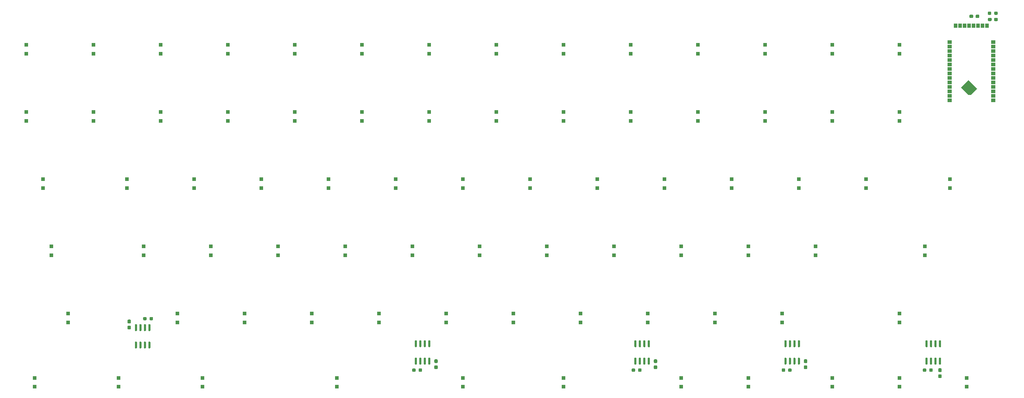
<source format=gbr>
%TF.GenerationSoftware,KiCad,Pcbnew,(5.1.9)-1*%
%TF.CreationDate,2021-08-25T16:21:07-05:00*%
%TF.ProjectId,Full_75,46756c6c-5f37-4352-9e6b-696361645f70,rev?*%
%TF.SameCoordinates,Original*%
%TF.FileFunction,Paste,Bot*%
%TF.FilePolarity,Positive*%
%FSLAX46Y46*%
G04 Gerber Fmt 4.6, Leading zero omitted, Abs format (unit mm)*
G04 Created by KiCad (PCBNEW (5.1.9)-1) date 2021-08-25 16:21:07*
%MOMM*%
%LPD*%
G01*
G04 APERTURE LIST*
%ADD10C,0.010000*%
%ADD11C,0.100000*%
%ADD12R,1.200000X1.000000*%
%ADD13R,1.000000X1.200000*%
%ADD14R,1.000000X1.000000*%
G04 APERTURE END LIST*
D10*
%TO.C,U1*%
G36*
X306620362Y-51775758D02*
G01*
X306620362Y-52537758D01*
X307382362Y-52537758D01*
X307382362Y-51775758D01*
X306620362Y-51775758D01*
G37*
X306620362Y-51775758D02*
X306620362Y-52537758D01*
X307382362Y-52537758D01*
X307382362Y-51775758D01*
X306620362Y-51775758D01*
G36*
X307636362Y-50759758D02*
G01*
X307636362Y-51521758D01*
X308398362Y-51521758D01*
X308398362Y-50759758D01*
X307636362Y-50759758D01*
G37*
X307636362Y-50759758D02*
X307636362Y-51521758D01*
X308398362Y-51521758D01*
X308398362Y-50759758D01*
X307636362Y-50759758D01*
G36*
X305553562Y-50658158D02*
G01*
X305553562Y-51420158D01*
X306315562Y-51420158D01*
X306315562Y-50658158D01*
X305553562Y-50658158D01*
G37*
X305553562Y-50658158D02*
X305553562Y-51420158D01*
X306315562Y-51420158D01*
X306315562Y-50658158D01*
X305553562Y-50658158D01*
G36*
X306518762Y-49718358D02*
G01*
X306518762Y-50480358D01*
X307280762Y-50480358D01*
X307280762Y-49718358D01*
X306518762Y-49718358D01*
G37*
X306518762Y-49718358D02*
X306518762Y-50480358D01*
X307280762Y-50480358D01*
X307280762Y-49718358D01*
X306518762Y-49718358D01*
%TD*%
%TO.C,U6*%
G36*
G01*
X298915562Y-124610970D02*
X298615562Y-124610970D01*
G75*
G02*
X298465562Y-124460970I0J150000D01*
G01*
X298465562Y-122810970D01*
G75*
G02*
X298615562Y-122660970I150000J0D01*
G01*
X298915562Y-122660970D01*
G75*
G02*
X299065562Y-122810970I0J-150000D01*
G01*
X299065562Y-124460970D01*
G75*
G02*
X298915562Y-124610970I-150000J0D01*
G01*
G37*
G36*
G01*
X297645562Y-124610970D02*
X297345562Y-124610970D01*
G75*
G02*
X297195562Y-124460970I0J150000D01*
G01*
X297195562Y-122810970D01*
G75*
G02*
X297345562Y-122660970I150000J0D01*
G01*
X297645562Y-122660970D01*
G75*
G02*
X297795562Y-122810970I0J-150000D01*
G01*
X297795562Y-124460970D01*
G75*
G02*
X297645562Y-124610970I-150000J0D01*
G01*
G37*
G36*
G01*
X296375562Y-124610970D02*
X296075562Y-124610970D01*
G75*
G02*
X295925562Y-124460970I0J150000D01*
G01*
X295925562Y-122810970D01*
G75*
G02*
X296075562Y-122660970I150000J0D01*
G01*
X296375562Y-122660970D01*
G75*
G02*
X296525562Y-122810970I0J-150000D01*
G01*
X296525562Y-124460970D01*
G75*
G02*
X296375562Y-124610970I-150000J0D01*
G01*
G37*
G36*
G01*
X295105562Y-124610970D02*
X294805562Y-124610970D01*
G75*
G02*
X294655562Y-124460970I0J150000D01*
G01*
X294655562Y-122810970D01*
G75*
G02*
X294805562Y-122660970I150000J0D01*
G01*
X295105562Y-122660970D01*
G75*
G02*
X295255562Y-122810970I0J-150000D01*
G01*
X295255562Y-124460970D01*
G75*
G02*
X295105562Y-124610970I-150000J0D01*
G01*
G37*
G36*
G01*
X295105562Y-129560970D02*
X294805562Y-129560970D01*
G75*
G02*
X294655562Y-129410970I0J150000D01*
G01*
X294655562Y-127760970D01*
G75*
G02*
X294805562Y-127610970I150000J0D01*
G01*
X295105562Y-127610970D01*
G75*
G02*
X295255562Y-127760970I0J-150000D01*
G01*
X295255562Y-129410970D01*
G75*
G02*
X295105562Y-129560970I-150000J0D01*
G01*
G37*
G36*
G01*
X296375562Y-129560970D02*
X296075562Y-129560970D01*
G75*
G02*
X295925562Y-129410970I0J150000D01*
G01*
X295925562Y-127760970D01*
G75*
G02*
X296075562Y-127610970I150000J0D01*
G01*
X296375562Y-127610970D01*
G75*
G02*
X296525562Y-127760970I0J-150000D01*
G01*
X296525562Y-129410970D01*
G75*
G02*
X296375562Y-129560970I-150000J0D01*
G01*
G37*
G36*
G01*
X297645562Y-129560970D02*
X297345562Y-129560970D01*
G75*
G02*
X297195562Y-129410970I0J150000D01*
G01*
X297195562Y-127760970D01*
G75*
G02*
X297345562Y-127610970I150000J0D01*
G01*
X297645562Y-127610970D01*
G75*
G02*
X297795562Y-127760970I0J-150000D01*
G01*
X297795562Y-129410970D01*
G75*
G02*
X297645562Y-129560970I-150000J0D01*
G01*
G37*
G36*
G01*
X298915562Y-129560970D02*
X298615562Y-129560970D01*
G75*
G02*
X298465562Y-129410970I0J150000D01*
G01*
X298465562Y-127760970D01*
G75*
G02*
X298615562Y-127610970I150000J0D01*
G01*
X298915562Y-127610970D01*
G75*
G02*
X299065562Y-127760970I0J-150000D01*
G01*
X299065562Y-129410970D01*
G75*
G02*
X298915562Y-129560970I-150000J0D01*
G01*
G37*
%TD*%
%TO.C,U5*%
G36*
G01*
X258910562Y-124610970D02*
X258610562Y-124610970D01*
G75*
G02*
X258460562Y-124460970I0J150000D01*
G01*
X258460562Y-122810970D01*
G75*
G02*
X258610562Y-122660970I150000J0D01*
G01*
X258910562Y-122660970D01*
G75*
G02*
X259060562Y-122810970I0J-150000D01*
G01*
X259060562Y-124460970D01*
G75*
G02*
X258910562Y-124610970I-150000J0D01*
G01*
G37*
G36*
G01*
X257640562Y-124610970D02*
X257340562Y-124610970D01*
G75*
G02*
X257190562Y-124460970I0J150000D01*
G01*
X257190562Y-122810970D01*
G75*
G02*
X257340562Y-122660970I150000J0D01*
G01*
X257640562Y-122660970D01*
G75*
G02*
X257790562Y-122810970I0J-150000D01*
G01*
X257790562Y-124460970D01*
G75*
G02*
X257640562Y-124610970I-150000J0D01*
G01*
G37*
G36*
G01*
X256370562Y-124610970D02*
X256070562Y-124610970D01*
G75*
G02*
X255920562Y-124460970I0J150000D01*
G01*
X255920562Y-122810970D01*
G75*
G02*
X256070562Y-122660970I150000J0D01*
G01*
X256370562Y-122660970D01*
G75*
G02*
X256520562Y-122810970I0J-150000D01*
G01*
X256520562Y-124460970D01*
G75*
G02*
X256370562Y-124610970I-150000J0D01*
G01*
G37*
G36*
G01*
X255100562Y-124610970D02*
X254800562Y-124610970D01*
G75*
G02*
X254650562Y-124460970I0J150000D01*
G01*
X254650562Y-122810970D01*
G75*
G02*
X254800562Y-122660970I150000J0D01*
G01*
X255100562Y-122660970D01*
G75*
G02*
X255250562Y-122810970I0J-150000D01*
G01*
X255250562Y-124460970D01*
G75*
G02*
X255100562Y-124610970I-150000J0D01*
G01*
G37*
G36*
G01*
X255100562Y-129560970D02*
X254800562Y-129560970D01*
G75*
G02*
X254650562Y-129410970I0J150000D01*
G01*
X254650562Y-127760970D01*
G75*
G02*
X254800562Y-127610970I150000J0D01*
G01*
X255100562Y-127610970D01*
G75*
G02*
X255250562Y-127760970I0J-150000D01*
G01*
X255250562Y-129410970D01*
G75*
G02*
X255100562Y-129560970I-150000J0D01*
G01*
G37*
G36*
G01*
X256370562Y-129560970D02*
X256070562Y-129560970D01*
G75*
G02*
X255920562Y-129410970I0J150000D01*
G01*
X255920562Y-127760970D01*
G75*
G02*
X256070562Y-127610970I150000J0D01*
G01*
X256370562Y-127610970D01*
G75*
G02*
X256520562Y-127760970I0J-150000D01*
G01*
X256520562Y-129410970D01*
G75*
G02*
X256370562Y-129560970I-150000J0D01*
G01*
G37*
G36*
G01*
X257640562Y-129560970D02*
X257340562Y-129560970D01*
G75*
G02*
X257190562Y-129410970I0J150000D01*
G01*
X257190562Y-127760970D01*
G75*
G02*
X257340562Y-127610970I150000J0D01*
G01*
X257640562Y-127610970D01*
G75*
G02*
X257790562Y-127760970I0J-150000D01*
G01*
X257790562Y-129410970D01*
G75*
G02*
X257640562Y-129560970I-150000J0D01*
G01*
G37*
G36*
G01*
X258910562Y-129560970D02*
X258610562Y-129560970D01*
G75*
G02*
X258460562Y-129410970I0J150000D01*
G01*
X258460562Y-127760970D01*
G75*
G02*
X258610562Y-127610970I150000J0D01*
G01*
X258910562Y-127610970D01*
G75*
G02*
X259060562Y-127760970I0J-150000D01*
G01*
X259060562Y-129410970D01*
G75*
G02*
X258910562Y-129560970I-150000J0D01*
G01*
G37*
%TD*%
%TO.C,U4*%
G36*
G01*
X216365562Y-124610970D02*
X216065562Y-124610970D01*
G75*
G02*
X215915562Y-124460970I0J150000D01*
G01*
X215915562Y-122810970D01*
G75*
G02*
X216065562Y-122660970I150000J0D01*
G01*
X216365562Y-122660970D01*
G75*
G02*
X216515562Y-122810970I0J-150000D01*
G01*
X216515562Y-124460970D01*
G75*
G02*
X216365562Y-124610970I-150000J0D01*
G01*
G37*
G36*
G01*
X215095562Y-124610970D02*
X214795562Y-124610970D01*
G75*
G02*
X214645562Y-124460970I0J150000D01*
G01*
X214645562Y-122810970D01*
G75*
G02*
X214795562Y-122660970I150000J0D01*
G01*
X215095562Y-122660970D01*
G75*
G02*
X215245562Y-122810970I0J-150000D01*
G01*
X215245562Y-124460970D01*
G75*
G02*
X215095562Y-124610970I-150000J0D01*
G01*
G37*
G36*
G01*
X213825562Y-124610970D02*
X213525562Y-124610970D01*
G75*
G02*
X213375562Y-124460970I0J150000D01*
G01*
X213375562Y-122810970D01*
G75*
G02*
X213525562Y-122660970I150000J0D01*
G01*
X213825562Y-122660970D01*
G75*
G02*
X213975562Y-122810970I0J-150000D01*
G01*
X213975562Y-124460970D01*
G75*
G02*
X213825562Y-124610970I-150000J0D01*
G01*
G37*
G36*
G01*
X212555562Y-124610970D02*
X212255562Y-124610970D01*
G75*
G02*
X212105562Y-124460970I0J150000D01*
G01*
X212105562Y-122810970D01*
G75*
G02*
X212255562Y-122660970I150000J0D01*
G01*
X212555562Y-122660970D01*
G75*
G02*
X212705562Y-122810970I0J-150000D01*
G01*
X212705562Y-124460970D01*
G75*
G02*
X212555562Y-124610970I-150000J0D01*
G01*
G37*
G36*
G01*
X212555562Y-129560970D02*
X212255562Y-129560970D01*
G75*
G02*
X212105562Y-129410970I0J150000D01*
G01*
X212105562Y-127760970D01*
G75*
G02*
X212255562Y-127610970I150000J0D01*
G01*
X212555562Y-127610970D01*
G75*
G02*
X212705562Y-127760970I0J-150000D01*
G01*
X212705562Y-129410970D01*
G75*
G02*
X212555562Y-129560970I-150000J0D01*
G01*
G37*
G36*
G01*
X213825562Y-129560970D02*
X213525562Y-129560970D01*
G75*
G02*
X213375562Y-129410970I0J150000D01*
G01*
X213375562Y-127760970D01*
G75*
G02*
X213525562Y-127610970I150000J0D01*
G01*
X213825562Y-127610970D01*
G75*
G02*
X213975562Y-127760970I0J-150000D01*
G01*
X213975562Y-129410970D01*
G75*
G02*
X213825562Y-129560970I-150000J0D01*
G01*
G37*
G36*
G01*
X215095562Y-129560970D02*
X214795562Y-129560970D01*
G75*
G02*
X214645562Y-129410970I0J150000D01*
G01*
X214645562Y-127760970D01*
G75*
G02*
X214795562Y-127610970I150000J0D01*
G01*
X215095562Y-127610970D01*
G75*
G02*
X215245562Y-127760970I0J-150000D01*
G01*
X215245562Y-129410970D01*
G75*
G02*
X215095562Y-129560970I-150000J0D01*
G01*
G37*
G36*
G01*
X216365562Y-129560970D02*
X216065562Y-129560970D01*
G75*
G02*
X215915562Y-129410970I0J150000D01*
G01*
X215915562Y-127760970D01*
G75*
G02*
X216065562Y-127610970I150000J0D01*
G01*
X216365562Y-127610970D01*
G75*
G02*
X216515562Y-127760970I0J-150000D01*
G01*
X216515562Y-129410970D01*
G75*
G02*
X216365562Y-129560970I-150000J0D01*
G01*
G37*
%TD*%
%TO.C,U3*%
G36*
G01*
X154127606Y-124604238D02*
X153827606Y-124604238D01*
G75*
G02*
X153677606Y-124454238I0J150000D01*
G01*
X153677606Y-122804238D01*
G75*
G02*
X153827606Y-122654238I150000J0D01*
G01*
X154127606Y-122654238D01*
G75*
G02*
X154277606Y-122804238I0J-150000D01*
G01*
X154277606Y-124454238D01*
G75*
G02*
X154127606Y-124604238I-150000J0D01*
G01*
G37*
G36*
G01*
X152857606Y-124604238D02*
X152557606Y-124604238D01*
G75*
G02*
X152407606Y-124454238I0J150000D01*
G01*
X152407606Y-122804238D01*
G75*
G02*
X152557606Y-122654238I150000J0D01*
G01*
X152857606Y-122654238D01*
G75*
G02*
X153007606Y-122804238I0J-150000D01*
G01*
X153007606Y-124454238D01*
G75*
G02*
X152857606Y-124604238I-150000J0D01*
G01*
G37*
G36*
G01*
X151587606Y-124604238D02*
X151287606Y-124604238D01*
G75*
G02*
X151137606Y-124454238I0J150000D01*
G01*
X151137606Y-122804238D01*
G75*
G02*
X151287606Y-122654238I150000J0D01*
G01*
X151587606Y-122654238D01*
G75*
G02*
X151737606Y-122804238I0J-150000D01*
G01*
X151737606Y-124454238D01*
G75*
G02*
X151587606Y-124604238I-150000J0D01*
G01*
G37*
G36*
G01*
X150317606Y-124604238D02*
X150017606Y-124604238D01*
G75*
G02*
X149867606Y-124454238I0J150000D01*
G01*
X149867606Y-122804238D01*
G75*
G02*
X150017606Y-122654238I150000J0D01*
G01*
X150317606Y-122654238D01*
G75*
G02*
X150467606Y-122804238I0J-150000D01*
G01*
X150467606Y-124454238D01*
G75*
G02*
X150317606Y-124604238I-150000J0D01*
G01*
G37*
G36*
G01*
X150317606Y-129554238D02*
X150017606Y-129554238D01*
G75*
G02*
X149867606Y-129404238I0J150000D01*
G01*
X149867606Y-127754238D01*
G75*
G02*
X150017606Y-127604238I150000J0D01*
G01*
X150317606Y-127604238D01*
G75*
G02*
X150467606Y-127754238I0J-150000D01*
G01*
X150467606Y-129404238D01*
G75*
G02*
X150317606Y-129554238I-150000J0D01*
G01*
G37*
G36*
G01*
X151587606Y-129554238D02*
X151287606Y-129554238D01*
G75*
G02*
X151137606Y-129404238I0J150000D01*
G01*
X151137606Y-127754238D01*
G75*
G02*
X151287606Y-127604238I150000J0D01*
G01*
X151587606Y-127604238D01*
G75*
G02*
X151737606Y-127754238I0J-150000D01*
G01*
X151737606Y-129404238D01*
G75*
G02*
X151587606Y-129554238I-150000J0D01*
G01*
G37*
G36*
G01*
X152857606Y-129554238D02*
X152557606Y-129554238D01*
G75*
G02*
X152407606Y-129404238I0J150000D01*
G01*
X152407606Y-127754238D01*
G75*
G02*
X152557606Y-127604238I150000J0D01*
G01*
X152857606Y-127604238D01*
G75*
G02*
X153007606Y-127754238I0J-150000D01*
G01*
X153007606Y-129404238D01*
G75*
G02*
X152857606Y-129554238I-150000J0D01*
G01*
G37*
G36*
G01*
X154127606Y-129554238D02*
X153827606Y-129554238D01*
G75*
G02*
X153677606Y-129404238I0J150000D01*
G01*
X153677606Y-127754238D01*
G75*
G02*
X153827606Y-127604238I150000J0D01*
G01*
X154127606Y-127604238D01*
G75*
G02*
X154277606Y-127754238I0J-150000D01*
G01*
X154277606Y-129404238D01*
G75*
G02*
X154127606Y-129554238I-150000J0D01*
G01*
G37*
%TD*%
%TO.C,U2*%
G36*
G01*
X70650562Y-123029850D02*
X70950562Y-123029850D01*
G75*
G02*
X71100562Y-123179850I0J-150000D01*
G01*
X71100562Y-124829850D01*
G75*
G02*
X70950562Y-124979850I-150000J0D01*
G01*
X70650562Y-124979850D01*
G75*
G02*
X70500562Y-124829850I0J150000D01*
G01*
X70500562Y-123179850D01*
G75*
G02*
X70650562Y-123029850I150000J0D01*
G01*
G37*
G36*
G01*
X71920562Y-123029850D02*
X72220562Y-123029850D01*
G75*
G02*
X72370562Y-123179850I0J-150000D01*
G01*
X72370562Y-124829850D01*
G75*
G02*
X72220562Y-124979850I-150000J0D01*
G01*
X71920562Y-124979850D01*
G75*
G02*
X71770562Y-124829850I0J150000D01*
G01*
X71770562Y-123179850D01*
G75*
G02*
X71920562Y-123029850I150000J0D01*
G01*
G37*
G36*
G01*
X73190562Y-123029850D02*
X73490562Y-123029850D01*
G75*
G02*
X73640562Y-123179850I0J-150000D01*
G01*
X73640562Y-124829850D01*
G75*
G02*
X73490562Y-124979850I-150000J0D01*
G01*
X73190562Y-124979850D01*
G75*
G02*
X73040562Y-124829850I0J150000D01*
G01*
X73040562Y-123179850D01*
G75*
G02*
X73190562Y-123029850I150000J0D01*
G01*
G37*
G36*
G01*
X74460562Y-123029850D02*
X74760562Y-123029850D01*
G75*
G02*
X74910562Y-123179850I0J-150000D01*
G01*
X74910562Y-124829850D01*
G75*
G02*
X74760562Y-124979850I-150000J0D01*
G01*
X74460562Y-124979850D01*
G75*
G02*
X74310562Y-124829850I0J150000D01*
G01*
X74310562Y-123179850D01*
G75*
G02*
X74460562Y-123029850I150000J0D01*
G01*
G37*
G36*
G01*
X74460562Y-118079850D02*
X74760562Y-118079850D01*
G75*
G02*
X74910562Y-118229850I0J-150000D01*
G01*
X74910562Y-119879850D01*
G75*
G02*
X74760562Y-120029850I-150000J0D01*
G01*
X74460562Y-120029850D01*
G75*
G02*
X74310562Y-119879850I0J150000D01*
G01*
X74310562Y-118229850D01*
G75*
G02*
X74460562Y-118079850I150000J0D01*
G01*
G37*
G36*
G01*
X73190562Y-118079850D02*
X73490562Y-118079850D01*
G75*
G02*
X73640562Y-118229850I0J-150000D01*
G01*
X73640562Y-119879850D01*
G75*
G02*
X73490562Y-120029850I-150000J0D01*
G01*
X73190562Y-120029850D01*
G75*
G02*
X73040562Y-119879850I0J150000D01*
G01*
X73040562Y-118229850D01*
G75*
G02*
X73190562Y-118079850I150000J0D01*
G01*
G37*
G36*
G01*
X71920562Y-118079850D02*
X72220562Y-118079850D01*
G75*
G02*
X72370562Y-118229850I0J-150000D01*
G01*
X72370562Y-119879850D01*
G75*
G02*
X72220562Y-120029850I-150000J0D01*
G01*
X71920562Y-120029850D01*
G75*
G02*
X71770562Y-119879850I0J150000D01*
G01*
X71770562Y-118229850D01*
G75*
G02*
X71920562Y-118079850I150000J0D01*
G01*
G37*
G36*
G01*
X70650562Y-118079850D02*
X70950562Y-118079850D01*
G75*
G02*
X71100562Y-118229850I0J-150000D01*
G01*
X71100562Y-119879850D01*
G75*
G02*
X70950562Y-120029850I-150000J0D01*
G01*
X70650562Y-120029850D01*
G75*
G02*
X70500562Y-119879850I0J150000D01*
G01*
X70500562Y-118229850D01*
G75*
G02*
X70650562Y-118079850I150000J0D01*
G01*
G37*
%TD*%
D11*
%TO.C,U1*%
G36*
X309315611Y-51305368D02*
G01*
X309315608Y-51305377D01*
X309315604Y-51305386D01*
X309315597Y-51305393D01*
X307525597Y-53105393D01*
X307525590Y-53105399D01*
X307525581Y-53105404D01*
X307525572Y-53105407D01*
X307525562Y-53105408D01*
X306855562Y-53105408D01*
X306855552Y-53105407D01*
X306855543Y-53105404D01*
X306855534Y-53105400D01*
X304735520Y-50985386D01*
X304735516Y-50985377D01*
X304735513Y-50985368D01*
X304735512Y-50985358D01*
X304735513Y-50985348D01*
X304735516Y-50985339D01*
X304735520Y-50985330D01*
X304735527Y-50985323D01*
X306855527Y-48855323D01*
X306855534Y-48855316D01*
X306855543Y-48855312D01*
X306855552Y-48855309D01*
X306855562Y-48855308D01*
X306855572Y-48855309D01*
X306855581Y-48855312D01*
X306855590Y-48855316D01*
X306855597Y-48855323D01*
X309315597Y-51305323D01*
X309315604Y-51305330D01*
X309315608Y-51305339D01*
X309315611Y-51305348D01*
X309315612Y-51305358D01*
X309315611Y-51305368D01*
G37*
D12*
X313835562Y-38110558D03*
X313835562Y-39380558D03*
X313835562Y-40650558D03*
X313835562Y-41920558D03*
X313835562Y-43190558D03*
X313835562Y-44460558D03*
X313835562Y-45730558D03*
X313835562Y-47000558D03*
X313835562Y-48270558D03*
X313835562Y-49540558D03*
X313835562Y-50810558D03*
X313835562Y-52080558D03*
X313835562Y-53350558D03*
X313835562Y-54620558D03*
X301495562Y-38099258D03*
X301495562Y-39369258D03*
X301495562Y-40639258D03*
X301495562Y-41909258D03*
X301495562Y-43179258D03*
X301495562Y-44449258D03*
X301495562Y-45719258D03*
X301495562Y-46989258D03*
X301495562Y-48259258D03*
X301495562Y-49529258D03*
X301495562Y-50799258D03*
X301495562Y-52069258D03*
X301495562Y-53339258D03*
X301495562Y-54609258D03*
D13*
X303210562Y-33435358D03*
X304480562Y-33435358D03*
X305750562Y-33435358D03*
X307020562Y-33435358D03*
X308290562Y-33435358D03*
X309560562Y-33435358D03*
X310830562Y-33435358D03*
X312100562Y-33435358D03*
%TD*%
%TO.C,R8*%
G36*
G01*
X295738062Y-131363470D02*
X295738062Y-130888470D01*
G75*
G02*
X295975562Y-130650970I237500J0D01*
G01*
X296475562Y-130650970D01*
G75*
G02*
X296713062Y-130888470I0J-237500D01*
G01*
X296713062Y-131363470D01*
G75*
G02*
X296475562Y-131600970I-237500J0D01*
G01*
X295975562Y-131600970D01*
G75*
G02*
X295738062Y-131363470I0J237500D01*
G01*
G37*
G36*
G01*
X293913062Y-131363470D02*
X293913062Y-130888470D01*
G75*
G02*
X294150562Y-130650970I237500J0D01*
G01*
X294650562Y-130650970D01*
G75*
G02*
X294888062Y-130888470I0J-237500D01*
G01*
X294888062Y-131363470D01*
G75*
G02*
X294650562Y-131600970I-237500J0D01*
G01*
X294150562Y-131600970D01*
G75*
G02*
X293913062Y-131363470I0J237500D01*
G01*
G37*
%TD*%
%TO.C,R7*%
G36*
G01*
X255733062Y-131363470D02*
X255733062Y-130888470D01*
G75*
G02*
X255970562Y-130650970I237500J0D01*
G01*
X256470562Y-130650970D01*
G75*
G02*
X256708062Y-130888470I0J-237500D01*
G01*
X256708062Y-131363470D01*
G75*
G02*
X256470562Y-131600970I-237500J0D01*
G01*
X255970562Y-131600970D01*
G75*
G02*
X255733062Y-131363470I0J237500D01*
G01*
G37*
G36*
G01*
X253908062Y-131363470D02*
X253908062Y-130888470D01*
G75*
G02*
X254145562Y-130650970I237500J0D01*
G01*
X254645562Y-130650970D01*
G75*
G02*
X254883062Y-130888470I0J-237500D01*
G01*
X254883062Y-131363470D01*
G75*
G02*
X254645562Y-131600970I-237500J0D01*
G01*
X254145562Y-131600970D01*
G75*
G02*
X253908062Y-131363470I0J237500D01*
G01*
G37*
%TD*%
%TO.C,R6*%
G36*
G01*
X213188062Y-131363470D02*
X213188062Y-130888470D01*
G75*
G02*
X213425562Y-130650970I237500J0D01*
G01*
X213925562Y-130650970D01*
G75*
G02*
X214163062Y-130888470I0J-237500D01*
G01*
X214163062Y-131363470D01*
G75*
G02*
X213925562Y-131600970I-237500J0D01*
G01*
X213425562Y-131600970D01*
G75*
G02*
X213188062Y-131363470I0J237500D01*
G01*
G37*
G36*
G01*
X211363062Y-131363470D02*
X211363062Y-130888470D01*
G75*
G02*
X211600562Y-130650970I237500J0D01*
G01*
X212100562Y-130650970D01*
G75*
G02*
X212338062Y-130888470I0J-237500D01*
G01*
X212338062Y-131363470D01*
G75*
G02*
X212100562Y-131600970I-237500J0D01*
G01*
X211600562Y-131600970D01*
G75*
G02*
X211363062Y-131363470I0J237500D01*
G01*
G37*
%TD*%
%TO.C,R5*%
G36*
G01*
X150958062Y-131363470D02*
X150958062Y-130888470D01*
G75*
G02*
X151195562Y-130650970I237500J0D01*
G01*
X151695562Y-130650970D01*
G75*
G02*
X151933062Y-130888470I0J-237500D01*
G01*
X151933062Y-131363470D01*
G75*
G02*
X151695562Y-131600970I-237500J0D01*
G01*
X151195562Y-131600970D01*
G75*
G02*
X150958062Y-131363470I0J237500D01*
G01*
G37*
G36*
G01*
X149133062Y-131363470D02*
X149133062Y-130888470D01*
G75*
G02*
X149370562Y-130650970I237500J0D01*
G01*
X149870562Y-130650970D01*
G75*
G02*
X150108062Y-130888470I0J-237500D01*
G01*
X150108062Y-131363470D01*
G75*
G02*
X149870562Y-131600970I-237500J0D01*
G01*
X149370562Y-131600970D01*
G75*
G02*
X149133062Y-131363470I0J237500D01*
G01*
G37*
%TD*%
%TO.C,R4*%
G36*
G01*
X73828062Y-116283470D02*
X73828062Y-116758470D01*
G75*
G02*
X73590562Y-116995970I-237500J0D01*
G01*
X73090562Y-116995970D01*
G75*
G02*
X72853062Y-116758470I0J237500D01*
G01*
X72853062Y-116283470D01*
G75*
G02*
X73090562Y-116045970I237500J0D01*
G01*
X73590562Y-116045970D01*
G75*
G02*
X73828062Y-116283470I0J-237500D01*
G01*
G37*
G36*
G01*
X75653062Y-116283470D02*
X75653062Y-116758470D01*
G75*
G02*
X75415562Y-116995970I-237500J0D01*
G01*
X74915562Y-116995970D01*
G75*
G02*
X74678062Y-116758470I0J237500D01*
G01*
X74678062Y-116283470D01*
G75*
G02*
X74915562Y-116045970I237500J0D01*
G01*
X75415562Y-116045970D01*
G75*
G02*
X75653062Y-116283470I0J-237500D01*
G01*
G37*
%TD*%
%TO.C,R3*%
G36*
G01*
X314153062Y-30144470D02*
X314153062Y-29669470D01*
G75*
G02*
X314390562Y-29431970I237500J0D01*
G01*
X314890562Y-29431970D01*
G75*
G02*
X315128062Y-29669470I0J-237500D01*
G01*
X315128062Y-30144470D01*
G75*
G02*
X314890562Y-30381970I-237500J0D01*
G01*
X314390562Y-30381970D01*
G75*
G02*
X314153062Y-30144470I0J237500D01*
G01*
G37*
G36*
G01*
X312328062Y-30144470D02*
X312328062Y-29669470D01*
G75*
G02*
X312565562Y-29431970I237500J0D01*
G01*
X313065562Y-29431970D01*
G75*
G02*
X313303062Y-29669470I0J-237500D01*
G01*
X313303062Y-30144470D01*
G75*
G02*
X313065562Y-30381970I-237500J0D01*
G01*
X312565562Y-30381970D01*
G75*
G02*
X312328062Y-30144470I0J237500D01*
G01*
G37*
%TD*%
%TO.C,F1*%
G36*
G01*
X308180562Y-30558470D02*
X308180562Y-31033470D01*
G75*
G02*
X307943062Y-31270970I-237500J0D01*
G01*
X307368062Y-31270970D01*
G75*
G02*
X307130562Y-31033470I0J237500D01*
G01*
X307130562Y-30558470D01*
G75*
G02*
X307368062Y-30320970I237500J0D01*
G01*
X307943062Y-30320970D01*
G75*
G02*
X308180562Y-30558470I0J-237500D01*
G01*
G37*
G36*
G01*
X309930562Y-30558470D02*
X309930562Y-31033470D01*
G75*
G02*
X309693062Y-31270970I-237500J0D01*
G01*
X309118062Y-31270970D01*
G75*
G02*
X308880562Y-31033470I0J237500D01*
G01*
X308880562Y-30558470D01*
G75*
G02*
X309118062Y-30320970I237500J0D01*
G01*
X309693062Y-30320970D01*
G75*
G02*
X309930562Y-30558470I0J-237500D01*
G01*
G37*
%TD*%
D14*
%TO.C,D100*%
X287319038Y-57940027D03*
X287319038Y-60440027D03*
%TD*%
%TO.C,D99*%
X287319038Y-38891251D03*
X287319038Y-41391251D03*
%TD*%
%TO.C,D98*%
X306367814Y-133341432D03*
X306367814Y-135841432D03*
%TD*%
%TO.C,D97*%
X301605620Y-76988803D03*
X301605620Y-79488803D03*
%TD*%
%TO.C,D96*%
X287319038Y-133341432D03*
X287319038Y-135841432D03*
%TD*%
%TO.C,D95*%
X287319038Y-115086355D03*
X287319038Y-117586355D03*
%TD*%
%TO.C,D94*%
X294462329Y-96037579D03*
X294462329Y-98537579D03*
%TD*%
%TO.C,D93*%
X277794650Y-76988803D03*
X277794650Y-79488803D03*
%TD*%
%TO.C,D92*%
X268270262Y-57940027D03*
X268270262Y-60440027D03*
%TD*%
%TO.C,D91*%
X268270262Y-38891251D03*
X268270262Y-41391251D03*
%TD*%
%TO.C,D90*%
X263508068Y-96037579D03*
X263508068Y-98537579D03*
%TD*%
%TO.C,D89*%
X258745874Y-76988803D03*
X258745874Y-79488803D03*
%TD*%
%TO.C,D88*%
X249221486Y-57940027D03*
X249221486Y-60440027D03*
%TD*%
%TO.C,D87*%
X249221486Y-38891251D03*
X249221486Y-41391251D03*
%TD*%
%TO.C,D86*%
X268270262Y-133341432D03*
X268270262Y-135841432D03*
%TD*%
%TO.C,D85*%
X253983680Y-115086355D03*
X253983680Y-117586355D03*
%TD*%
%TO.C,D84*%
X244459292Y-96037579D03*
X244459292Y-98537579D03*
%TD*%
%TO.C,D83*%
X239697098Y-76988803D03*
X239697098Y-79488803D03*
%TD*%
%TO.C,D82*%
X230172710Y-57940027D03*
X230172710Y-60440027D03*
%TD*%
%TO.C,D81*%
X230172710Y-38891251D03*
X230172710Y-41391251D03*
%TD*%
%TO.C,D80*%
X244459292Y-133341432D03*
X244459292Y-135841432D03*
%TD*%
%TO.C,D79*%
X234934904Y-115086355D03*
X234934904Y-117586355D03*
%TD*%
%TO.C,D78*%
X225410516Y-96037579D03*
X225410516Y-98537579D03*
%TD*%
%TO.C,D77*%
X220648322Y-76988803D03*
X220648322Y-79488803D03*
%TD*%
%TO.C,D76*%
X211123934Y-57940027D03*
X211123934Y-60440027D03*
%TD*%
%TO.C,D75*%
X211123934Y-38891251D03*
X211123934Y-41391251D03*
%TD*%
%TO.C,D74*%
X225410516Y-133341432D03*
X225410516Y-135841432D03*
%TD*%
%TO.C,D73*%
X215886128Y-115086355D03*
X215886128Y-117586355D03*
%TD*%
%TO.C,D72*%
X206361740Y-96037579D03*
X206361740Y-98537579D03*
%TD*%
%TO.C,D71*%
X201599546Y-76988803D03*
X201599546Y-79488803D03*
%TD*%
%TO.C,D70*%
X192075158Y-57940027D03*
X192075158Y-60440027D03*
%TD*%
%TO.C,D69*%
X192075158Y-38891251D03*
X192075158Y-41391251D03*
%TD*%
%TO.C,D68*%
X196837352Y-115086355D03*
X196837352Y-117586355D03*
%TD*%
%TO.C,D67*%
X187312964Y-96037579D03*
X187312964Y-98537579D03*
%TD*%
%TO.C,D66*%
X182550770Y-76988803D03*
X182550770Y-79488803D03*
%TD*%
%TO.C,D65*%
X173026382Y-57940027D03*
X173026382Y-60440027D03*
%TD*%
%TO.C,D64*%
X173026382Y-38891251D03*
X173026382Y-41391251D03*
%TD*%
%TO.C,D63*%
X192075158Y-133341432D03*
X192075158Y-135841432D03*
%TD*%
%TO.C,D62*%
X177788576Y-115086355D03*
X177788576Y-117586355D03*
%TD*%
%TO.C,D61*%
X168264188Y-96037579D03*
X168264188Y-98537579D03*
%TD*%
%TO.C,D60*%
X163501994Y-76988803D03*
X163501994Y-79488803D03*
%TD*%
%TO.C,D59*%
X153977606Y-57940027D03*
X153977606Y-60440027D03*
%TD*%
%TO.C,D58*%
X153977606Y-38891251D03*
X153977606Y-41391251D03*
%TD*%
%TO.C,D57*%
X163501994Y-133341432D03*
X163501994Y-135841432D03*
%TD*%
%TO.C,D56*%
X158739800Y-115086355D03*
X158739800Y-117586355D03*
%TD*%
%TO.C,D55*%
X149215412Y-96037579D03*
X149215412Y-98537579D03*
%TD*%
%TO.C,D54*%
X144453218Y-76988803D03*
X144453218Y-79488803D03*
%TD*%
%TO.C,D53*%
X134928830Y-57940027D03*
X134928830Y-60440027D03*
%TD*%
%TO.C,D52*%
X134928830Y-38891251D03*
X134928830Y-41391251D03*
%TD*%
%TO.C,D51*%
X139691024Y-115086355D03*
X139691024Y-117586355D03*
%TD*%
%TO.C,D50*%
X130166636Y-96037579D03*
X130166636Y-98537579D03*
%TD*%
%TO.C,D49*%
X125404442Y-76988803D03*
X125404442Y-79488803D03*
%TD*%
%TO.C,D48*%
X115880054Y-57940027D03*
X115880054Y-60440027D03*
%TD*%
%TO.C,D47*%
X115880054Y-38891251D03*
X115880054Y-41391251D03*
%TD*%
%TO.C,D46*%
G36*
G01*
X314115562Y-31922470D02*
X314115562Y-31447470D01*
G75*
G02*
X314353062Y-31209970I237500J0D01*
G01*
X314928062Y-31209970D01*
G75*
G02*
X315165562Y-31447470I0J-237500D01*
G01*
X315165562Y-31922470D01*
G75*
G02*
X314928062Y-32159970I-237500J0D01*
G01*
X314353062Y-32159970D01*
G75*
G02*
X314115562Y-31922470I0J237500D01*
G01*
G37*
G36*
G01*
X312365562Y-31922470D02*
X312365562Y-31447470D01*
G75*
G02*
X312603062Y-31209970I237500J0D01*
G01*
X313178062Y-31209970D01*
G75*
G02*
X313415562Y-31447470I0J-237500D01*
G01*
X313415562Y-31922470D01*
G75*
G02*
X313178062Y-32159970I-237500J0D01*
G01*
X312603062Y-32159970D01*
G75*
G02*
X312365562Y-31922470I0J237500D01*
G01*
G37*
%TD*%
%TO.C,D45*%
X127785539Y-133341432D03*
X127785539Y-135841432D03*
%TD*%
%TO.C,D44*%
X120642248Y-115086355D03*
X120642248Y-117586355D03*
%TD*%
%TO.C,D43*%
X111117860Y-96037579D03*
X111117860Y-98537579D03*
%TD*%
%TO.C,D42*%
X106355666Y-76988803D03*
X106355666Y-79488803D03*
%TD*%
%TO.C,D41*%
X96831278Y-57940027D03*
X96831278Y-60440027D03*
%TD*%
%TO.C,D40*%
X96831278Y-38891251D03*
X96831278Y-41391251D03*
%TD*%
%TO.C,D39*%
X89687987Y-133341432D03*
X89687987Y-135841432D03*
%TD*%
%TO.C,D38*%
X101593472Y-115086355D03*
X101593472Y-117586355D03*
%TD*%
%TO.C,D37*%
X92069084Y-96037579D03*
X92069084Y-98537579D03*
%TD*%
%TO.C,D36*%
X87306890Y-76988803D03*
X87306890Y-79488803D03*
%TD*%
%TO.C,D35*%
X77782502Y-57940027D03*
X77782502Y-60440027D03*
%TD*%
%TO.C,D34*%
X77782502Y-38891251D03*
X77782502Y-41391251D03*
%TD*%
%TO.C,D33*%
X65877017Y-133341432D03*
X65877017Y-135841432D03*
%TD*%
%TO.C,D32*%
X82544696Y-115086355D03*
X82544696Y-117586355D03*
%TD*%
%TO.C,D31*%
X73020308Y-96037579D03*
X73020308Y-98537579D03*
%TD*%
%TO.C,D30*%
X68258114Y-76988803D03*
X68258114Y-79488803D03*
%TD*%
%TO.C,D29*%
X58733726Y-57940027D03*
X58733726Y-60440027D03*
%TD*%
%TO.C,D28*%
X58733726Y-38891251D03*
X58733726Y-41391251D03*
%TD*%
%TO.C,D27*%
X42066047Y-133341432D03*
X42066047Y-135841432D03*
%TD*%
%TO.C,D26*%
X51590435Y-115086355D03*
X51590435Y-117586355D03*
%TD*%
%TO.C,D25*%
X46828241Y-96037579D03*
X46828241Y-98537579D03*
%TD*%
%TO.C,D24*%
X44447144Y-76988803D03*
X44447144Y-79488803D03*
%TD*%
%TO.C,D23*%
X39684950Y-57940027D03*
X39684950Y-60440027D03*
%TD*%
%TO.C,D22*%
X39684950Y-38891251D03*
X39684950Y-41391251D03*
%TD*%
%TO.C,C5*%
G36*
G01*
X299003062Y-131663470D02*
X298528062Y-131663470D01*
G75*
G02*
X298290562Y-131425970I0J237500D01*
G01*
X298290562Y-130825970D01*
G75*
G02*
X298528062Y-130588470I237500J0D01*
G01*
X299003062Y-130588470D01*
G75*
G02*
X299240562Y-130825970I0J-237500D01*
G01*
X299240562Y-131425970D01*
G75*
G02*
X299003062Y-131663470I-237500J0D01*
G01*
G37*
G36*
G01*
X299003062Y-133388470D02*
X298528062Y-133388470D01*
G75*
G02*
X298290562Y-133150970I0J237500D01*
G01*
X298290562Y-132550970D01*
G75*
G02*
X298528062Y-132313470I237500J0D01*
G01*
X299003062Y-132313470D01*
G75*
G02*
X299240562Y-132550970I0J-237500D01*
G01*
X299240562Y-133150970D01*
G75*
G02*
X299003062Y-133388470I-237500J0D01*
G01*
G37*
%TD*%
%TO.C,C4*%
G36*
G01*
X260903062Y-129123470D02*
X260428062Y-129123470D01*
G75*
G02*
X260190562Y-128885970I0J237500D01*
G01*
X260190562Y-128285970D01*
G75*
G02*
X260428062Y-128048470I237500J0D01*
G01*
X260903062Y-128048470D01*
G75*
G02*
X261140562Y-128285970I0J-237500D01*
G01*
X261140562Y-128885970D01*
G75*
G02*
X260903062Y-129123470I-237500J0D01*
G01*
G37*
G36*
G01*
X260903062Y-130848470D02*
X260428062Y-130848470D01*
G75*
G02*
X260190562Y-130610970I0J237500D01*
G01*
X260190562Y-130010970D01*
G75*
G02*
X260428062Y-129773470I237500J0D01*
G01*
X260903062Y-129773470D01*
G75*
G02*
X261140562Y-130010970I0J-237500D01*
G01*
X261140562Y-130610970D01*
G75*
G02*
X260903062Y-130848470I-237500J0D01*
G01*
G37*
%TD*%
%TO.C,C3*%
G36*
G01*
X218358062Y-129123470D02*
X217883062Y-129123470D01*
G75*
G02*
X217645562Y-128885970I0J237500D01*
G01*
X217645562Y-128285970D01*
G75*
G02*
X217883062Y-128048470I237500J0D01*
G01*
X218358062Y-128048470D01*
G75*
G02*
X218595562Y-128285970I0J-237500D01*
G01*
X218595562Y-128885970D01*
G75*
G02*
X218358062Y-129123470I-237500J0D01*
G01*
G37*
G36*
G01*
X218358062Y-130848470D02*
X217883062Y-130848470D01*
G75*
G02*
X217645562Y-130610970I0J237500D01*
G01*
X217645562Y-130010970D01*
G75*
G02*
X217883062Y-129773470I237500J0D01*
G01*
X218358062Y-129773470D01*
G75*
G02*
X218595562Y-130010970I0J-237500D01*
G01*
X218595562Y-130610970D01*
G75*
G02*
X218358062Y-130848470I-237500J0D01*
G01*
G37*
%TD*%
%TO.C,C2*%
G36*
G01*
X156128062Y-129123470D02*
X155653062Y-129123470D01*
G75*
G02*
X155415562Y-128885970I0J237500D01*
G01*
X155415562Y-128285970D01*
G75*
G02*
X155653062Y-128048470I237500J0D01*
G01*
X156128062Y-128048470D01*
G75*
G02*
X156365562Y-128285970I0J-237500D01*
G01*
X156365562Y-128885970D01*
G75*
G02*
X156128062Y-129123470I-237500J0D01*
G01*
G37*
G36*
G01*
X156128062Y-130848470D02*
X155653062Y-130848470D01*
G75*
G02*
X155415562Y-130610970I0J237500D01*
G01*
X155415562Y-130010970D01*
G75*
G02*
X155653062Y-129773470I237500J0D01*
G01*
X156128062Y-129773470D01*
G75*
G02*
X156365562Y-130010970I0J-237500D01*
G01*
X156365562Y-130610970D01*
G75*
G02*
X156128062Y-130848470I-237500J0D01*
G01*
G37*
%TD*%
%TO.C,C1*%
G36*
G01*
X68658062Y-118523470D02*
X69133062Y-118523470D01*
G75*
G02*
X69370562Y-118760970I0J-237500D01*
G01*
X69370562Y-119360970D01*
G75*
G02*
X69133062Y-119598470I-237500J0D01*
G01*
X68658062Y-119598470D01*
G75*
G02*
X68420562Y-119360970I0J237500D01*
G01*
X68420562Y-118760970D01*
G75*
G02*
X68658062Y-118523470I237500J0D01*
G01*
G37*
G36*
G01*
X68658062Y-116798470D02*
X69133062Y-116798470D01*
G75*
G02*
X69370562Y-117035970I0J-237500D01*
G01*
X69370562Y-117635970D01*
G75*
G02*
X69133062Y-117873470I-237500J0D01*
G01*
X68658062Y-117873470D01*
G75*
G02*
X68420562Y-117635970I0J237500D01*
G01*
X68420562Y-117035970D01*
G75*
G02*
X68658062Y-116798470I237500J0D01*
G01*
G37*
%TD*%
M02*

</source>
